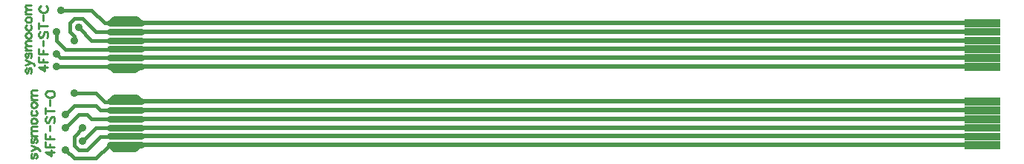
<source format=gbr>
G04 start of page 2 for group 0 idx 0 *
G04 Title: 4FF-FFC, top *
G04 Creator: pcb 20140316 *
G04 CreationDate: Fr 01 Apr 2016 11:12:18 GMT UTC *
G04 For: laforge *
G04 Format: Gerber/RS-274X *
G04 PCB-Dimensions (mil): 6000.00 5000.00 *
G04 PCB-Coordinate-Origin: lower left *
%MOIN*%
%FSLAX25Y25*%
%LNTOP*%
%ADD17C,0.0197*%
%ADD16C,0.0354*%
%ADD15R,0.0354X0.0354*%
%ADD14C,0.0100*%
%ADD13C,0.0295*%
%ADD12C,0.0157*%
%ADD11C,0.0197*%
G54D11*X441454Y482416D02*X55628D01*
X55627Y482417D01*
X55622Y482422D02*X55628Y482416D01*
G54D12*X47244Y482283D02*X55118D01*
G54D11*X441454Y478479D02*X55628D01*
X55627Y478480D01*
X55578Y478486D02*X55600Y478507D01*
X441454Y474542D02*X55628D01*
X441454Y470606D02*X55628D01*
Y474542D02*X55627Y474543D01*
X55628Y470606D02*X55627Y470606D01*
X441454Y466669D02*X55628D01*
X441454Y462732D02*X55628D01*
X55562Y466678D02*X55600Y466641D01*
X55628Y462732D02*X55627Y462731D01*
G54D13*X63480Y474542D02*X49704D01*
G54D11*X441454Y446983D02*X55628D01*
X55627Y446983D01*
X55622Y446989D02*X55628Y446983D01*
X441454Y443046D02*X55628D01*
X441454Y439109D02*X55628D01*
Y435173D02*X55627Y435172D01*
X55583Y439117D02*X55591Y439109D01*
X55578Y443053D02*X55600Y443074D01*
X441454Y435173D02*X55628D01*
X441454Y431236D02*X55628D01*
X441454Y427299D02*X55628D01*
Y443046D02*X55627Y443046D01*
X55628Y439109D02*X55627Y439109D01*
X55628Y431236D02*X55627Y431235D01*
X55562Y431245D02*X55600Y431208D01*
X55563Y435181D02*X55600Y435145D01*
X61024Y460630D02*X63471Y462732D01*
G54D13*X63481Y466669D02*X49705D01*
G54D11*X55638Y462742D02*X51663D01*
G54D12*X51181Y460630D02*Y460763D01*
Y460630D02*X49213Y462598D01*
G54D11*X61024Y460630D02*X51181D01*
X61498Y448957D02*X51663D01*
G54D13*X63465Y446983D02*X49702D01*
G54D11*X51663Y448957D02*X49689Y446983D01*
G54D12*X47244Y446850D02*X53150D01*
X45276Y442913D02*X55118D01*
G54D13*X63481Y462732D02*X49706D01*
X49695Y462742D01*
G54D11*X55628Y466669D02*X55627Y466669D01*
X55563Y470614D02*X55600Y470578D01*
X55583Y474550D02*X55591Y474542D01*
G54D13*X63480Y470606D02*X49704D01*
G54D12*X56953Y466535D02*X57087Y466669D01*
X25591Y462598D02*X55118D01*
X55628Y466669D02*X27426D01*
X29528Y470472D02*X55118D01*
X27426Y466669D02*X25591Y468504D01*
Y478346D02*Y474409D01*
X29528Y470472D01*
X33465Y474409D02*Y476378D01*
X43307Y478346D02*X55118D01*
X41339Y474409D02*X55118D01*
G54D11*X61498Y484390D02*X63471Y482416D01*
X61498Y484390D02*X51663D01*
G54D13*X63465Y482416D02*X49702D01*
G54D11*X51663Y484390D02*X49689Y482416D01*
G54D13*X63465Y478479D02*X49702D01*
G54D12*X33465Y476378D02*X31496Y478346D01*
Y482283D01*
X27559Y488189D02*X41339D01*
X47244Y482283D01*
X31496D02*X33465Y484252D01*
X37402D01*
X43307Y478346D01*
X35433Y480315D02*X41339Y474409D01*
G54D11*X61024Y425197D02*X63471Y427299D01*
X61498Y448957D02*X63471Y446983D01*
X61024Y425197D02*X51181D01*
X55628Y427299D02*X55627Y427298D01*
X55638Y427309D02*X51663D01*
G54D13*X63481Y427299D02*X49706D01*
G54D12*X51181Y425197D02*X49213Y427165D01*
G54D13*X63480Y439109D02*X49704D01*
X63480Y435173D02*X49704D01*
X63481Y431236D02*X49705D01*
G54D12*X56953Y431102D02*X57087Y431236D01*
G54D13*X63465Y443046D02*X49702D01*
X49706Y427299D02*X49695Y427309D01*
G54D12*X33465Y450787D02*X43307D01*
X33465Y444882D02*X43307D01*
X45276Y442913D01*
X43307Y450787D02*X47244Y446850D01*
X29528Y440945D02*X33465Y444882D01*
X29528Y435039D02*X35433Y440945D01*
X39370D01*
X41339Y438976D01*
X37402Y435039D02*X33465Y431102D01*
X37402Y429134D02*X43307Y435039D01*
X41339Y438976D02*X55118D01*
X43307Y435039D02*X55118D01*
X29528Y425197D02*X33465Y421260D01*
Y431102D02*Y427165D01*
Y421260D02*X43307D01*
X49213Y427165D01*
X33465D02*X35433Y425197D01*
X39370D01*
X45276Y431102D01*
X55494D01*
G54D14*X14714Y423354D02*X14334Y423164D01*
X14144Y422592D01*
Y422021D01*
X14334Y421449D01*
X14714Y421260D01*
X15096Y421449D01*
X15287Y421830D01*
X15477Y422783D01*
X15667Y423164D01*
X16048Y423354D01*
X16239D01*
X16619Y423164D01*
X16810Y422592D01*
Y422021D01*
X16619Y421449D01*
X16239Y421260D01*
X14144Y424744D02*X16810Y425887D01*
X14144Y427030D02*X16810Y425887D01*
X17571Y425506D01*
X17953Y425126D01*
X18144Y424744D01*
Y424554D01*
X14714Y430324D02*X14334Y430134D01*
X14144Y429562D01*
Y428991D01*
X14334Y428419D01*
X14714Y428230D01*
X15096Y428419D01*
X15287Y428800D01*
X15477Y429753D01*
X15667Y430134D01*
X16048Y430324D01*
X16239D01*
X16619Y430134D01*
X16810Y429562D01*
Y428991D01*
X16619Y428419D01*
X16239Y428230D01*
X14144Y431524D02*X16810D01*
X14905D02*X14333Y432094D01*
X14144Y432476D01*
Y433047D02*Y432476D01*
Y433047D02*X14333Y433428D01*
X14905Y433618D01*
X16810D01*
X14905D02*X14333Y434190D01*
X14144Y434570D01*
Y435142D02*Y434570D01*
Y435142D02*X14333Y435522D01*
X14905Y435713D01*
X16810D01*
X14144Y437865D02*X14333Y437483D01*
X14714Y437102D01*
X15285Y436913D01*
X15667D01*
X16238Y437102D01*
X16619Y437483D01*
X16810Y437865D01*
Y438436D02*Y437865D01*
Y438436D02*X16619Y438817D01*
X16238Y439197D01*
X15667Y439388D01*
X15285D02*X15667D01*
X15285D02*X14714Y439197D01*
X14333Y438817D01*
X14144Y438436D01*
Y437865D01*
X14714Y442874D02*X14333Y442492D01*
X14144Y442112D01*
Y441540D01*
X14333Y441160D01*
X14714Y440778D01*
X15285Y440588D01*
X15667D01*
X16238Y440778D01*
X16619Y441160D01*
X16810Y441540D01*
Y442112D02*Y441540D01*
Y442112D02*X16619Y442492D01*
X16238Y442874D01*
X14144Y445026D02*X14333Y444644D01*
X14714Y444263D01*
X15285Y444074D01*
X15667D01*
X16238Y444263D01*
X16619Y444644D01*
X16810Y445026D01*
Y445597D02*Y445026D01*
Y445597D02*X16619Y445978D01*
X16238Y446358D01*
X15667Y446549D01*
X15285D02*X15667D01*
X15285D02*X14714Y446358D01*
X14333Y445978D01*
X14144Y445597D01*
Y445026D01*
Y447749D02*X16810D01*
X14905D02*X14333Y448319D01*
X14144Y448701D01*
Y449272D02*Y448701D01*
Y449272D02*X14333Y449653D01*
X14905Y449843D01*
X16810D01*
X14905D02*X14333Y450415D01*
X14144Y450795D01*
Y451367D02*Y450795D01*
Y451367D02*X14333Y451747D01*
X14905Y451938D01*
X16810D01*
X20685Y424148D02*X23351Y422244D01*
Y425100D02*Y422244D01*
X20685Y424148D02*X24685D01*
X20685Y426300D02*X24685D01*
X20685Y428775D02*Y426300D01*
X22590Y427823D02*Y426300D01*
X20685Y429975D02*X24685D01*
X20685Y432450D02*Y429975D01*
X22590Y431498D02*Y429975D01*
X22685Y436150D02*Y433650D01*
X21257Y440016D02*X20876Y439635D01*
X20685Y439064D01*
Y438302D01*
X20876Y437730D01*
X21257Y437350D01*
X21637D01*
X22019Y437539D01*
X22209Y437730D01*
X22399Y438112D01*
X22780Y439255D01*
X22971Y439635D01*
X23161Y439825D01*
X23542Y440016D01*
X24114D01*
X24494Y439635D01*
X24685Y439064D01*
Y438302D01*
X24494Y437730D01*
X24114Y437350D01*
X20685Y442549D02*X24685D01*
X20685Y443882D02*Y441216D01*
X22685Y447582D02*Y445082D01*
X20685Y449924D02*X20876Y449544D01*
X21257Y449162D01*
X21637Y448972D01*
X22209Y448782D01*
X23161D01*
X23734Y448972D01*
X23733D02*X24114Y449162D01*
X24494Y449544D01*
X24685Y449924D01*
Y450687D02*Y449924D01*
Y450687D02*X24494Y451067D01*
X24114Y451448D01*
X23733Y451639D01*
X23161Y451828D01*
X22209D02*X23161D01*
X22209D02*X21637Y451639D01*
X21257Y451448D01*
X20876Y451067D01*
X20685Y450687D01*
Y449924D01*
X12273Y461897D02*X11893Y461707D01*
X11703Y461135D01*
Y460564D01*
X11893Y459992D01*
X12273Y459803D01*
X12655Y459992D01*
X12846Y460373D01*
X13036Y461326D01*
X13226Y461707D01*
X13607Y461897D01*
X13798D01*
X14178Y461707D01*
X14369Y461135D01*
Y460564D01*
X14178Y459992D01*
X13798Y459803D01*
X11703Y463287D02*X14369Y464430D01*
X11703Y465573D02*X14369Y464430D01*
X15130Y464049D01*
X15512Y463669D01*
X15703Y463287D01*
Y463097D01*
X12273Y468867D02*X11893Y468677D01*
X11703Y468105D01*
Y467534D01*
X11893Y466962D01*
X12273Y466773D01*
X12655Y466962D01*
X12846Y467343D01*
X13036Y468296D01*
X13226Y468677D01*
X13607Y468867D01*
X13798D01*
X14178Y468677D01*
X14369Y468105D01*
Y467534D01*
X14178Y466962D01*
X13798Y466773D01*
X11703Y470067D02*X14369D01*
X12464D02*X11892Y470637D01*
X11703Y471019D01*
Y471590D02*Y471019D01*
Y471590D02*X11892Y471971D01*
X12464Y472161D01*
X14369D01*
X12464D02*X11892Y472733D01*
X11703Y473113D01*
Y473685D02*Y473113D01*
Y473685D02*X11892Y474065D01*
X12464Y474256D01*
X14369D01*
X11703Y476408D02*X11892Y476026D01*
X12273Y475645D01*
X12844Y475456D01*
X13226D01*
X13797Y475645D01*
X14178Y476026D01*
X14369Y476408D01*
Y476979D02*Y476408D01*
Y476979D02*X14178Y477360D01*
X13797Y477740D01*
X13226Y477931D01*
X12844D02*X13226D01*
X12844D02*X12273Y477740D01*
X11892Y477360D01*
X11703Y476979D01*
Y476408D01*
X12273Y481417D02*X11892Y481035D01*
X11703Y480655D01*
Y480083D01*
X11892Y479703D01*
X12273Y479321D01*
X12844Y479131D01*
X13226D01*
X13797Y479321D01*
X14178Y479703D01*
X14369Y480083D01*
Y480655D02*Y480083D01*
Y480655D02*X14178Y481035D01*
X13797Y481417D01*
X11703Y483569D02*X11892Y483187D01*
X12273Y482806D01*
X12844Y482617D01*
X13226D01*
X13797Y482806D01*
X14178Y483187D01*
X14369Y483569D01*
Y484140D02*Y483569D01*
Y484140D02*X14178Y484521D01*
X13797Y484901D01*
X13226Y485092D01*
X12844D02*X13226D01*
X12844D02*X12273Y484901D01*
X11892Y484521D01*
X11703Y484140D01*
Y483569D01*
Y486292D02*X14369D01*
X12464D02*X11892Y486862D01*
X11703Y487244D01*
Y487815D02*Y487244D01*
Y487815D02*X11892Y488196D01*
X12464Y488386D01*
X14369D01*
X12464D02*X11892Y488958D01*
X11703Y489338D01*
Y489910D02*Y489338D01*
Y489910D02*X11892Y490290D01*
X12464Y490481D01*
X14369D01*
X17732Y462534D02*X20398Y460630D01*
Y463486D02*Y460630D01*
X17732Y462534D02*X21732D01*
X17732Y464686D02*X21732D01*
X17732Y467161D02*Y464686D01*
X19637Y466209D02*Y464686D01*
X17732Y468361D02*X21732D01*
X17732Y470836D02*Y468361D01*
X19637Y469884D02*Y468361D01*
X19732Y474536D02*Y472036D01*
X18304Y478402D02*X17923Y478021D01*
X17732Y477450D01*
Y476688D01*
X17923Y476116D01*
X18304Y475736D01*
X18684D01*
X19066Y475925D01*
X19256Y476116D01*
X19446Y476498D01*
X19827Y477641D01*
X20018Y478021D01*
X20208Y478211D01*
X20589Y478402D01*
X21161D01*
X21541Y478021D01*
X21732Y477450D01*
Y476688D01*
X21541Y476116D01*
X21161Y475736D01*
X17732Y480935D02*X21732D01*
X17732Y482268D02*Y479602D01*
X19732Y485968D02*Y483468D01*
X18684Y490025D02*X18304Y489834D01*
X17923Y489453D01*
X17732Y489073D01*
Y488310D01*
X17923Y487930D01*
X18304Y487548D01*
X18684Y487358D01*
X19256Y487168D01*
X20209D01*
X20780Y487358D01*
X21161Y487548D01*
X21541Y487930D01*
X21732Y488310D01*
Y489073D02*Y488310D01*
Y489073D02*X21541Y489453D01*
X21161Y489834D01*
X20780Y490025D01*
G54D15*X434843Y466536D02*X447047D01*
X434843Y462599D02*X447047D01*
X434843Y446850D02*X447047D01*
X434843Y482283D02*X447047D01*
X434843Y478346D02*X447047D01*
X434843Y474409D02*X447047D01*
X434843Y470473D02*X447047D01*
X434843Y442913D02*X447047D01*
X434843Y438976D02*X447047D01*
X434843Y435040D02*X447047D01*
X434843Y431103D02*X447047D01*
X434843Y427166D02*X447047D01*
G54D16*X29528Y435039D03*
X25591Y462598D03*
Y468504D03*
Y478346D03*
X27559Y488189D03*
X33465Y474409D03*
X35433Y480315D03*
X29528Y440945D03*
X33465Y450787D03*
X37402Y435039D03*
Y429134D03*
X29528Y425197D03*
G54D17*M02*

</source>
